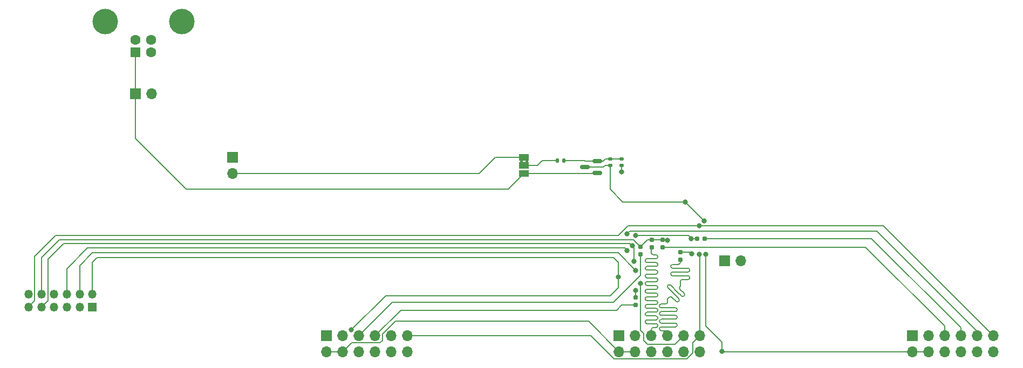
<source format=gbr>
%TF.GenerationSoftware,KiCad,Pcbnew,7.0.1*%
%TF.CreationDate,2023-03-30T15:17:14+02:00*%
%TF.ProjectId,BalancedSurroundOutBus,42616c61-6e63-4656-9453-7572726f756e,rev?*%
%TF.SameCoordinates,Original*%
%TF.FileFunction,Copper,L2,Bot*%
%TF.FilePolarity,Positive*%
%FSLAX46Y46*%
G04 Gerber Fmt 4.6, Leading zero omitted, Abs format (unit mm)*
G04 Created by KiCad (PCBNEW 7.0.1) date 2023-03-30 15:17:14*
%MOMM*%
%LPD*%
G01*
G04 APERTURE LIST*
G04 Aperture macros list*
%AMRoundRect*
0 Rectangle with rounded corners*
0 $1 Rounding radius*
0 $2 $3 $4 $5 $6 $7 $8 $9 X,Y pos of 4 corners*
0 Add a 4 corners polygon primitive as box body*
4,1,4,$2,$3,$4,$5,$6,$7,$8,$9,$2,$3,0*
0 Add four circle primitives for the rounded corners*
1,1,$1+$1,$2,$3*
1,1,$1+$1,$4,$5*
1,1,$1+$1,$6,$7*
1,1,$1+$1,$8,$9*
0 Add four rect primitives between the rounded corners*
20,1,$1+$1,$2,$3,$4,$5,0*
20,1,$1+$1,$4,$5,$6,$7,0*
20,1,$1+$1,$6,$7,$8,$9,0*
20,1,$1+$1,$8,$9,$2,$3,0*%
G04 Aperture macros list end*
%TA.AperFunction,ComponentPad*%
%ADD10R,1.700000X1.700000*%
%TD*%
%TA.AperFunction,ComponentPad*%
%ADD11O,1.700000X1.700000*%
%TD*%
%TA.AperFunction,ComponentPad*%
%ADD12R,1.600000X1.600000*%
%TD*%
%TA.AperFunction,ComponentPad*%
%ADD13C,1.600000*%
%TD*%
%TA.AperFunction,ComponentPad*%
%ADD14C,4.000000*%
%TD*%
%TA.AperFunction,SMDPad,CuDef*%
%ADD15RoundRect,0.160000X-0.160000X0.197500X-0.160000X-0.197500X0.160000X-0.197500X0.160000X0.197500X0*%
%TD*%
%TA.AperFunction,ComponentPad*%
%ADD16R,1.350000X1.350000*%
%TD*%
%TA.AperFunction,ComponentPad*%
%ADD17O,1.350000X1.350000*%
%TD*%
%TA.AperFunction,SMDPad,CuDef*%
%ADD18R,1.500000X1.000000*%
%TD*%
%TA.AperFunction,SMDPad,CuDef*%
%ADD19RoundRect,0.150000X0.587500X0.150000X-0.587500X0.150000X-0.587500X-0.150000X0.587500X-0.150000X0*%
%TD*%
%TA.AperFunction,SMDPad,CuDef*%
%ADD20RoundRect,0.135000X-0.185000X0.135000X-0.185000X-0.135000X0.185000X-0.135000X0.185000X0.135000X0*%
%TD*%
%TA.AperFunction,SMDPad,CuDef*%
%ADD21RoundRect,0.135000X-0.135000X-0.185000X0.135000X-0.185000X0.135000X0.185000X-0.135000X0.185000X0*%
%TD*%
%TA.AperFunction,SMDPad,CuDef*%
%ADD22RoundRect,0.140000X0.170000X-0.140000X0.170000X0.140000X-0.170000X0.140000X-0.170000X-0.140000X0*%
%TD*%
%TA.AperFunction,SMDPad,CuDef*%
%ADD23RoundRect,0.160000X-0.197500X-0.160000X0.197500X-0.160000X0.197500X0.160000X-0.197500X0.160000X0*%
%TD*%
%TA.AperFunction,ViaPad*%
%ADD24C,0.800000*%
%TD*%
%TA.AperFunction,Conductor*%
%ADD25C,0.150000*%
%TD*%
G04 APERTURE END LIST*
%TA.AperFunction,EtchedComponent*%
%TO.C,JP1*%
G36*
X169350000Y-104350000D02*
G01*
X168950000Y-104350000D01*
X168950000Y-103850000D01*
X169350000Y-103850000D01*
X169350000Y-104350000D01*
G37*
%TD.AperFunction*%
%TA.AperFunction,EtchedComponent*%
G36*
X168550000Y-104350000D02*
G01*
X168150000Y-104350000D01*
X168150000Y-103850000D01*
X168550000Y-103850000D01*
X168550000Y-104350000D01*
G37*
%TD.AperFunction*%
%TD*%
D10*
%TO.P,ON1,1,Pin_1*%
%TO.N,GND*%
X123000000Y-103475000D03*
D11*
%TO.P,ON1,2,Pin_2*%
%TO.N,Net-(JP1-A)*%
X123000000Y-106015000D03*
%TD*%
D12*
%TO.P,J2,1,VBUS*%
%TO.N,Net-(J2-VBUS)*%
X107750000Y-87000000D03*
D13*
%TO.P,J2,2,D-*%
%TO.N,unconnected-(J2-D--Pad2)*%
X110250000Y-87000000D03*
%TO.P,J2,3,D+*%
%TO.N,unconnected-(J2-D+-Pad3)*%
X110250000Y-85000000D03*
%TO.P,J2,4,GND*%
%TO.N,GND*%
X107750000Y-85000000D03*
D14*
%TO.P,J2,5,Shield*%
X103000000Y-82140000D03*
X115000000Y-82140000D03*
%TD*%
D10*
%TO.P,GND1,1,Pin_1*%
%TO.N,GND*%
X200225000Y-119750000D03*
D11*
%TO.P,GND1,2,Pin_2*%
X202765000Y-119750000D03*
%TD*%
D10*
%TO.P,PWR1,1,Pin_1*%
%TO.N,Net-(J2-VBUS)*%
X107725000Y-93500000D03*
D11*
%TO.P,PWR1,2,Pin_2*%
%TO.N,GND*%
X110265000Y-93500000D03*
%TD*%
D10*
%TO.P,J3,1,Pin_1*%
%TO.N,GND*%
X137750000Y-131500000D03*
D11*
%TO.P,J3,2,Pin_2*%
%TO.N,/VIN*%
X137750000Y-134040000D03*
%TO.P,J3,3,Pin_3*%
%TO.N,unconnected-(J3-Pin_3-Pad3)*%
X140290000Y-131500000D03*
%TO.P,J3,4,Pin_4*%
%TO.N,/VIN*%
X140290000Y-134040000D03*
%TO.P,J3,5,Pin_5*%
%TO.N,Net-(J3-Pin_5)*%
X142830000Y-131500000D03*
%TO.P,J3,6,Pin_6*%
%TO.N,GND*%
X142830000Y-134040000D03*
%TO.P,J3,7,Pin_7*%
%TO.N,Net-(J3-Pin_7)*%
X145370000Y-131500000D03*
%TO.P,J3,8,Pin_8*%
%TO.N,GND*%
X145370000Y-134040000D03*
%TO.P,J3,9,Pin_9*%
%TO.N,/I2S_CH12*%
X147910000Y-131500000D03*
%TO.P,J3,10,Pin_10*%
%TO.N,GND*%
X147910000Y-134040000D03*
%TO.P,J3,11,Pin_11*%
%TO.N,/LRCLK*%
X150450000Y-131500000D03*
%TO.P,J3,12,Pin_12*%
%TO.N,unconnected-(J3-Pin_12-Pad12)*%
X150450000Y-134040000D03*
%TD*%
D10*
%TO.P,J5,1,Pin_1*%
%TO.N,GND*%
X229650000Y-131475000D03*
D11*
%TO.P,J5,2,Pin_2*%
%TO.N,/VIN*%
X229650000Y-134015000D03*
%TO.P,J5,3,Pin_3*%
%TO.N,unconnected-(J5-Pin_3-Pad3)*%
X232190000Y-131475000D03*
%TO.P,J5,4,Pin_4*%
%TO.N,/VIN*%
X232190000Y-134015000D03*
%TO.P,J5,5,Pin_5*%
%TO.N,Net-(J5-Pin_5)*%
X234730000Y-131475000D03*
%TO.P,J5,6,Pin_6*%
%TO.N,GND*%
X234730000Y-134015000D03*
%TO.P,J5,7,Pin_7*%
%TO.N,Net-(J5-Pin_7)*%
X237270000Y-131475000D03*
%TO.P,J5,8,Pin_8*%
%TO.N,GND*%
X237270000Y-134015000D03*
%TO.P,J5,9,Pin_9*%
%TO.N,/I2S_CH56*%
X239810000Y-131475000D03*
%TO.P,J5,10,Pin_10*%
%TO.N,GND*%
X239810000Y-134015000D03*
%TO.P,J5,11,Pin_11*%
%TO.N,/LRCLK*%
X242350000Y-131475000D03*
%TO.P,J5,12,Pin_12*%
%TO.N,unconnected-(J5-Pin_12-Pad12)*%
X242350000Y-134015000D03*
%TD*%
D15*
%TO.P,R4,1*%
%TO.N,/SCLK*%
X193250000Y-118402500D03*
%TO.P,R4,2*%
%TO.N,Net-(J4-Pin_7)*%
X193250000Y-119597500D03*
%TD*%
%TO.P,R5,1*%
%TO.N,/MCLK*%
X190500000Y-116402500D03*
%TO.P,R5,2*%
%TO.N,Net-(J5-Pin_5)*%
X190500000Y-117597500D03*
%TD*%
%TO.P,R2,1*%
%TO.N,/SCLK*%
X186200000Y-125502500D03*
%TO.P,R2,2*%
%TO.N,Net-(J3-Pin_7)*%
X186200000Y-126697500D03*
%TD*%
D16*
%TO.P,J1,1,Pin_1*%
%TO.N,/I2S_IN_CH12*%
X101000000Y-127000000D03*
D17*
%TO.P,J1,2,Pin_2*%
%TO.N,/I2S_CH12*%
X101000000Y-125000000D03*
%TO.P,J1,3,Pin_3*%
%TO.N,unconnected-(J1-Pin_3-Pad3)*%
X99000000Y-127000000D03*
%TO.P,J1,4,Pin_4*%
%TO.N,/I2S_CH34*%
X99000000Y-125000000D03*
%TO.P,J1,5,Pin_5*%
%TO.N,unconnected-(J1-Pin_5-Pad5)*%
X97000000Y-127000000D03*
%TO.P,J1,6,Pin_6*%
%TO.N,/I2S_CH56*%
X97000000Y-125000000D03*
%TO.P,J1,7,Pin_7*%
%TO.N,unconnected-(J1-Pin_7-Pad7)*%
X95000000Y-127000000D03*
%TO.P,J1,8,Pin_8*%
%TO.N,unconnected-(J1-Pin_8-Pad8)*%
X95000000Y-125000000D03*
%TO.P,J1,9,Pin_9*%
%TO.N,/SCLK*%
X93000000Y-127000000D03*
%TO.P,J1,10,Pin_10*%
%TO.N,/MCLK*%
X93000000Y-125000000D03*
%TO.P,J1,11,Pin_11*%
%TO.N,/LRCLK*%
X91000000Y-127000000D03*
%TO.P,J1,12,Pin_12*%
%TO.N,GND*%
X91000000Y-125000000D03*
%TD*%
D18*
%TO.P,JP1,1,A*%
%TO.N,Net-(JP1-A)*%
X168750000Y-103450000D03*
%TO.P,JP1,2,C*%
%TO.N,Net-(JP1-C)*%
X168750000Y-104750000D03*
%TO.P,JP1,3,B*%
%TO.N,Net-(J2-VBUS)*%
X168750000Y-106050000D03*
%TD*%
D19*
%TO.P,Q1,1,G*%
%TO.N,Net-(Q1-G)*%
X180187500Y-104050000D03*
%TO.P,Q1,2,S*%
%TO.N,Net-(J2-VBUS)*%
X180187500Y-105950000D03*
%TO.P,Q1,3,D*%
%TO.N,/VIN*%
X178312500Y-105000000D03*
%TD*%
D20*
%TO.P,R8,1*%
%TO.N,Net-(Q1-G)*%
X184000000Y-103740000D03*
%TO.P,R8,2*%
%TO.N,GND*%
X184000000Y-104760000D03*
%TD*%
D15*
%TO.P,R3,1*%
%TO.N,/MCLK*%
X188750000Y-116402500D03*
%TO.P,R3,2*%
%TO.N,Net-(J4-Pin_5)*%
X188750000Y-117597500D03*
%TD*%
%TO.P,R1,1*%
%TO.N,/MCLK*%
X187000000Y-117502500D03*
%TO.P,R1,2*%
%TO.N,Net-(J3-Pin_5)*%
X187000000Y-118697500D03*
%TD*%
D10*
%TO.P,J4,1,Pin_1*%
%TO.N,GND*%
X183650000Y-131475000D03*
D11*
%TO.P,J4,2,Pin_2*%
%TO.N,/VIN*%
X183650000Y-134015000D03*
%TO.P,J4,3,Pin_3*%
%TO.N,unconnected-(J4-Pin_3-Pad3)*%
X186190000Y-131475000D03*
%TO.P,J4,4,Pin_4*%
%TO.N,/VIN*%
X186190000Y-134015000D03*
%TO.P,J4,5,Pin_5*%
%TO.N,Net-(J4-Pin_5)*%
X188730000Y-131475000D03*
%TO.P,J4,6,Pin_6*%
%TO.N,GND*%
X188730000Y-134015000D03*
%TO.P,J4,7,Pin_7*%
%TO.N,Net-(J4-Pin_7)*%
X191270000Y-131475000D03*
%TO.P,J4,8,Pin_8*%
%TO.N,GND*%
X191270000Y-134015000D03*
%TO.P,J4,9,Pin_9*%
%TO.N,/I2S_CH34*%
X193810000Y-131475000D03*
%TO.P,J4,10,Pin_10*%
%TO.N,GND*%
X193810000Y-134015000D03*
%TO.P,J4,11,Pin_11*%
%TO.N,/LRCLK*%
X196350000Y-131475000D03*
%TO.P,J4,12,Pin_12*%
%TO.N,unconnected-(J4-Pin_12-Pad12)*%
X196350000Y-134015000D03*
%TD*%
D21*
%TO.P,R7,1*%
%TO.N,Net-(JP1-C)*%
X173990000Y-104000000D03*
%TO.P,R7,2*%
%TO.N,Net-(Q1-G)*%
X175010000Y-104000000D03*
%TD*%
D22*
%TO.P,C1,1*%
%TO.N,/VIN*%
X182250000Y-104730000D03*
%TO.P,C1,2*%
%TO.N,Net-(Q1-G)*%
X182250000Y-103770000D03*
%TD*%
D23*
%TO.P,R6,1*%
%TO.N,/SCLK*%
X195902500Y-116250000D03*
%TO.P,R6,2*%
%TO.N,Net-(J5-Pin_7)*%
X197097500Y-116250000D03*
%TD*%
D24*
%TO.N,/I2S_CH12*%
X183500000Y-122250000D03*
X141600000Y-130600000D03*
%TO.N,/I2S_CH34*%
X187000000Y-123300000D03*
X186250000Y-121250000D03*
%TO.N,/I2S_CH56*%
X184900000Y-118100000D03*
X184900000Y-115500000D03*
%TO.N,GND*%
X184000000Y-105800000D03*
%TO.N,/LRCLK*%
X196250497Y-118750000D03*
X196250000Y-114250000D03*
%TO.N,/SCLK*%
X186000000Y-119800000D03*
X185700000Y-117400000D03*
X186250000Y-115774500D03*
X195000000Y-116250000D03*
X195050000Y-118650000D03*
X186200000Y-124400000D03*
%TO.N,/MCLK*%
X191250000Y-116500000D03*
%TO.N,/VIN*%
X197250000Y-118750000D03*
X199750000Y-134000000D03*
X194000000Y-110500000D03*
X197000000Y-113500000D03*
%TD*%
D25*
%TO.N,/I2S_CH12*%
X141650000Y-130600000D02*
X147000000Y-125250000D01*
X147000000Y-125250000D02*
X182250000Y-125250000D01*
X101000000Y-120000000D02*
X101000000Y-125000000D01*
X101750000Y-119250000D02*
X101000000Y-120000000D01*
X182750000Y-119250000D02*
X101750000Y-119250000D01*
X141600000Y-130600000D02*
X141650000Y-130600000D01*
X182250000Y-125250000D02*
X183500000Y-124000000D01*
X183500000Y-124000000D02*
X183500000Y-120000000D01*
X183500000Y-120000000D02*
X182750000Y-119250000D01*
%TO.N,Net-(Q1-G)*%
X180137500Y-104100000D02*
X180187500Y-104050000D01*
X181460000Y-103740000D02*
X184000000Y-103740000D01*
X180187500Y-104050000D02*
X181150000Y-104050000D01*
X178300000Y-104100000D02*
X180137500Y-104100000D01*
X181150000Y-104050000D02*
X181460000Y-103740000D01*
X175010000Y-104000000D02*
X178200000Y-104000000D01*
X178200000Y-104000000D02*
X178300000Y-104100000D01*
%TO.N,/I2S_CH34*%
X187500000Y-131194009D02*
X187500000Y-132250000D01*
X99000000Y-120500000D02*
X99000000Y-125000000D01*
X187000000Y-123300000D02*
X187000000Y-130694009D01*
X187000000Y-130694009D02*
X187500000Y-131194009D01*
X183500000Y-118500000D02*
X101000000Y-118500000D01*
X186250000Y-121250000D02*
X183500000Y-118500000D01*
X187500000Y-132250000D02*
X188140000Y-132890000D01*
X192395000Y-132890000D02*
X193810000Y-131475000D01*
X188140000Y-132890000D02*
X192395000Y-132890000D01*
X101000000Y-118500000D02*
X99000000Y-120500000D01*
%TO.N,/I2S_CH56*%
X185300500Y-115099500D02*
X224099500Y-115099500D01*
X224099500Y-115099500D02*
X239810000Y-130810000D01*
X100250000Y-117750000D02*
X97000000Y-121000000D01*
X184550000Y-117750000D02*
X100250000Y-117750000D01*
X239810000Y-130810000D02*
X239810000Y-131475000D01*
X184900000Y-118100000D02*
X184550000Y-117750000D01*
X184900000Y-115500000D02*
X185300500Y-115099500D01*
X97000000Y-121000000D02*
X97000000Y-125000000D01*
%TO.N,GND*%
X184000000Y-104760000D02*
X184000000Y-105800000D01*
%TO.N,/LRCLK*%
X179250000Y-131500000D02*
X182890000Y-135140000D01*
X225125000Y-114250000D02*
X242350000Y-131475000D01*
X91000000Y-127000000D02*
X91950000Y-126050000D01*
X95250000Y-115750000D02*
X183550000Y-115750000D01*
X150450000Y-131500000D02*
X179250000Y-131500000D01*
X91950000Y-126050000D02*
X91950000Y-119050000D01*
X195225000Y-134190991D02*
X195225000Y-132600000D01*
X182890000Y-135140000D02*
X194275991Y-135140000D01*
X194275991Y-135140000D02*
X195225000Y-134190991D01*
X196350000Y-118849503D02*
X196350000Y-131475000D01*
X183550000Y-115750000D02*
X185050000Y-114250000D01*
X196250497Y-118750000D02*
X196350000Y-118849503D01*
X195225000Y-132600000D02*
X196350000Y-131475000D01*
X185050000Y-114250000D02*
X225125000Y-114250000D01*
X91950000Y-119050000D02*
X95250000Y-115750000D01*
%TO.N,Net-(J2-VBUS)*%
X115750000Y-108500000D02*
X166300000Y-108500000D01*
X107750000Y-100500000D02*
X107750000Y-87000000D01*
X115750000Y-108500000D02*
X107750000Y-100500000D01*
X166300000Y-108500000D02*
X168750000Y-106050000D01*
X168750000Y-106050000D02*
X180087500Y-106050000D01*
X180087500Y-106050000D02*
X180187500Y-105950000D01*
%TO.N,Net-(J3-Pin_5)*%
X187000000Y-118697500D02*
X187000000Y-122000000D01*
X148080000Y-126250000D02*
X142830000Y-131500000D01*
X187000000Y-122000000D02*
X182750000Y-126250000D01*
X182750000Y-126250000D02*
X148080000Y-126250000D01*
%TO.N,Net-(J3-Pin_7)*%
X184060037Y-126697500D02*
X186200000Y-126697500D01*
X145370000Y-131500000D02*
X149370000Y-127500000D01*
X183257537Y-127500000D02*
X184060037Y-126697500D01*
X149370000Y-127500000D02*
X183257537Y-127500000D01*
%TO.N,Net-(J4-Pin_5)*%
X188730000Y-123020000D02*
X188030000Y-123020000D01*
X188030000Y-126020000D02*
X188730000Y-126020000D01*
X188730000Y-122420000D02*
X189430000Y-122420000D01*
X188030000Y-129620000D02*
X188730000Y-129620000D01*
X188730000Y-121220000D02*
X189430000Y-121220000D01*
X189430000Y-123020000D02*
X188730000Y-123020000D01*
X188730000Y-125420000D02*
X188030000Y-125420000D01*
X188030000Y-122420000D02*
X188730000Y-122420000D01*
X188030000Y-121220000D02*
X188730000Y-121220000D01*
X188730000Y-129620000D02*
X189430000Y-129620000D01*
X189430000Y-129020000D02*
X188730000Y-129020000D01*
X189430000Y-124220000D02*
X188730000Y-124220000D01*
X188730000Y-130520000D02*
X188730000Y-131392732D01*
X188030000Y-120020000D02*
X188730000Y-120020000D01*
X189030000Y-118820000D02*
X189430000Y-118820000D01*
X188730000Y-124820000D02*
X189430000Y-124820000D01*
X189430000Y-119420000D02*
X189030000Y-119420000D01*
X188730000Y-128420000D02*
X189430000Y-128420000D01*
X188030000Y-124820000D02*
X188730000Y-124820000D01*
X189430000Y-127820000D02*
X188730000Y-127820000D01*
X189430000Y-126620000D02*
X188730000Y-126620000D01*
X189430000Y-125420000D02*
X188730000Y-125420000D01*
X188750000Y-117597500D02*
X188730000Y-117617500D01*
X189430000Y-130220000D02*
X189030000Y-130220000D01*
X188730000Y-117617500D02*
X188730000Y-118520000D01*
X188730000Y-127220000D02*
X189430000Y-127220000D01*
X189430000Y-120620000D02*
X188730000Y-120620000D01*
X188030000Y-127220000D02*
X188730000Y-127220000D01*
X188730000Y-131392732D02*
X188730000Y-131475000D01*
X188730000Y-126020000D02*
X189430000Y-126020000D01*
X188030000Y-123620000D02*
X188730000Y-123620000D01*
X189030000Y-119420000D02*
X188030000Y-119420000D01*
X188730000Y-126620000D02*
X188030000Y-126620000D01*
X188730000Y-129020000D02*
X188030000Y-129020000D01*
X188730000Y-121820000D02*
X188030000Y-121820000D01*
X188030000Y-128420000D02*
X188730000Y-128420000D01*
X188730000Y-127820000D02*
X188030000Y-127820000D01*
X188730000Y-120020000D02*
X189430000Y-120020000D01*
X188730000Y-123620000D02*
X189430000Y-123620000D01*
X188730000Y-120620000D02*
X188030000Y-120620000D01*
X189430000Y-121820000D02*
X188730000Y-121820000D01*
X188730000Y-124220000D02*
X188030000Y-124220000D01*
X188030000Y-129020000D02*
G75*
G03*
X187730000Y-129320000I0J-300000D01*
G01*
X187730000Y-119720000D02*
G75*
G03*
X188030000Y-120020000I300000J0D01*
G01*
X189730000Y-122720000D02*
G75*
G03*
X189430000Y-122420000I-300000J0D01*
G01*
X188030000Y-119420000D02*
G75*
G03*
X187730000Y-119720000I0J-300000D01*
G01*
X188030000Y-124220000D02*
G75*
G03*
X187730000Y-124520000I0J-300000D01*
G01*
X188030000Y-127820000D02*
G75*
G03*
X187730000Y-128120000I0J-300000D01*
G01*
X189730000Y-119120000D02*
G75*
G03*
X189430000Y-118820000I-300000J0D01*
G01*
X189730000Y-129920000D02*
G75*
G03*
X189430000Y-129620000I-300000J0D01*
G01*
X189730000Y-120320000D02*
G75*
G03*
X189430000Y-120020000I-300000J0D01*
G01*
X187730000Y-123320000D02*
G75*
G03*
X188030000Y-123620000I300000J0D01*
G01*
X188730000Y-118520000D02*
G75*
G03*
X189030000Y-118820000I300000J0D01*
G01*
X189430000Y-121820000D02*
G75*
G03*
X189730000Y-121520000I0J300000D01*
G01*
X187730000Y-120920000D02*
G75*
G03*
X188030000Y-121220000I300000J0D01*
G01*
X189430000Y-119420000D02*
G75*
G03*
X189730000Y-119120000I0J300000D01*
G01*
X189430000Y-126620000D02*
G75*
G03*
X189730000Y-126320000I0J300000D01*
G01*
X189730000Y-128720000D02*
G75*
G03*
X189430000Y-128420000I-300000J0D01*
G01*
X189430000Y-120620000D02*
G75*
G03*
X189730000Y-120320000I0J300000D01*
G01*
X187730000Y-128120000D02*
G75*
G03*
X188030000Y-128420000I300000J0D01*
G01*
X189030000Y-130220000D02*
G75*
G03*
X188730000Y-130520000I0J-300000D01*
G01*
X187730000Y-124520000D02*
G75*
G03*
X188030000Y-124820000I300000J0D01*
G01*
X188030000Y-125420000D02*
G75*
G03*
X187730000Y-125720000I0J-300000D01*
G01*
X188030000Y-126620000D02*
G75*
G03*
X187730000Y-126920000I0J-300000D01*
G01*
X187730000Y-129320000D02*
G75*
G03*
X188030000Y-129620000I300000J0D01*
G01*
X187730000Y-126920000D02*
G75*
G03*
X188030000Y-127220000I300000J0D01*
G01*
X189730000Y-121520000D02*
G75*
G03*
X189430000Y-121220000I-300000J0D01*
G01*
X189430000Y-129020000D02*
G75*
G03*
X189730000Y-128720000I0J300000D01*
G01*
X189430000Y-123020000D02*
G75*
G03*
X189730000Y-122720000I0J300000D01*
G01*
X188030000Y-123020000D02*
G75*
G03*
X187730000Y-123320000I0J-300000D01*
G01*
X189730000Y-123920000D02*
G75*
G03*
X189430000Y-123620000I-300000J0D01*
G01*
X189430000Y-130220000D02*
G75*
G03*
X189730000Y-129920000I0J300000D01*
G01*
X189730000Y-126320000D02*
G75*
G03*
X189430000Y-126020000I-300000J0D01*
G01*
X189430000Y-125420000D02*
G75*
G03*
X189730000Y-125120000I0J300000D01*
G01*
X189730000Y-127520000D02*
G75*
G03*
X189430000Y-127220000I-300000J0D01*
G01*
X187730000Y-122120000D02*
G75*
G03*
X188030000Y-122420000I300000J0D01*
G01*
X188030000Y-121820000D02*
G75*
G03*
X187730000Y-122120000I0J-300000D01*
G01*
X189430000Y-127820000D02*
G75*
G03*
X189730000Y-127520000I0J300000D01*
G01*
X189730000Y-125120000D02*
G75*
G03*
X189430000Y-124820000I-300000J0D01*
G01*
X187730000Y-125720000D02*
G75*
G03*
X188030000Y-126020000I300000J0D01*
G01*
X189430000Y-124220000D02*
G75*
G03*
X189730000Y-123920000I0J300000D01*
G01*
X188030000Y-120620000D02*
G75*
G03*
X187730000Y-120920000I0J-300000D01*
G01*
%TO.N,Net-(J4-Pin_7)*%
X193250000Y-123750000D02*
X193214645Y-123785355D01*
X192153982Y-124846016D02*
X193002512Y-125694546D01*
X190270000Y-128330000D02*
X191270000Y-128330000D01*
X193250000Y-121500000D02*
X192050000Y-121500000D01*
X193214645Y-124209621D02*
X193214644Y-124209621D01*
X192050000Y-122100000D02*
X193250000Y-122100000D01*
X190270000Y-127130000D02*
X190970000Y-127130000D01*
X193250000Y-119597500D02*
X193250000Y-120000000D01*
X193214644Y-124209621D02*
X193851041Y-124846018D01*
X191270000Y-128930000D02*
X190270000Y-128930000D01*
X192470000Y-130130000D02*
X191270000Y-130130000D01*
X191270000Y-129530000D02*
X192470000Y-129530000D01*
X193250000Y-123000000D02*
X193250000Y-123750000D01*
X193426777Y-125270282D02*
X192790381Y-124633886D01*
X192950000Y-120900000D02*
X194450000Y-120900000D01*
X190970000Y-126530000D02*
X190270000Y-126530000D01*
X190970000Y-127130000D02*
X192470000Y-127130000D01*
X192470000Y-127730000D02*
X191270000Y-127730000D01*
X192950000Y-120300000D02*
X192050000Y-120300000D01*
X192050000Y-120900000D02*
X192950000Y-120900000D01*
X194450000Y-122700000D02*
X193550000Y-122700000D01*
X190270000Y-129530000D02*
X191270000Y-129530000D01*
X191305454Y-123997488D02*
X192153982Y-124846016D01*
X191270000Y-127730000D02*
X190270000Y-127730000D01*
X194450000Y-121500000D02*
X193250000Y-121500000D01*
X191270000Y-125730000D02*
X191270000Y-126230000D01*
X192790381Y-124633886D02*
X191729718Y-123573224D01*
X191517588Y-125482414D02*
X191270000Y-125730000D01*
X193250000Y-122100000D02*
X194450000Y-122100000D01*
X191270000Y-128330000D02*
X192470000Y-128330000D01*
X191270000Y-131030000D02*
X191270000Y-131475000D01*
X190270000Y-130730000D02*
X190970000Y-130730000D01*
X192470000Y-128930000D02*
X191270000Y-128930000D01*
X192578248Y-126118810D02*
X191941852Y-125482414D01*
X191270000Y-130130000D02*
X190270000Y-130130000D01*
X190270000Y-130130000D02*
G75*
G03*
X189970000Y-130430000I0J-300000D01*
G01*
X192050000Y-120300000D02*
G75*
G03*
X191750000Y-120600000I0J-300000D01*
G01*
X191941851Y-125482415D02*
G75*
G03*
X191517589Y-125482415I-212131J-212131D01*
G01*
X192950000Y-120300000D02*
G75*
G03*
X193250000Y-120000000I0J300000D01*
G01*
X189970000Y-126830000D02*
G75*
G03*
X190270000Y-127130000I300000J0D01*
G01*
X189970000Y-129230000D02*
G75*
G03*
X190270000Y-129530000I300000J0D01*
G01*
X194750000Y-122400000D02*
G75*
G03*
X194450000Y-122100000I-300000J0D01*
G01*
X193002534Y-126118832D02*
G75*
G03*
X193002512Y-125694546I-212134J212132D01*
G01*
X192470000Y-127730000D02*
G75*
G03*
X192770000Y-127430000I0J300000D01*
G01*
X191270000Y-131030000D02*
G75*
G03*
X190970000Y-130730000I-300000J0D01*
G01*
X191305499Y-123573269D02*
G75*
G03*
X191305455Y-123997487I212101J-212131D01*
G01*
X192770000Y-127430000D02*
G75*
G03*
X192470000Y-127130000I-300000J0D01*
G01*
X189970000Y-128030000D02*
G75*
G03*
X190270000Y-128330000I300000J0D01*
G01*
X194450000Y-122700000D02*
G75*
G03*
X194750000Y-122400000I0J300000D01*
G01*
X190970000Y-126530000D02*
G75*
G03*
X191270000Y-126230000I0J300000D01*
G01*
X193426778Y-125270281D02*
G75*
G03*
X193851040Y-125270281I212131J212131D01*
G01*
X193550000Y-122700000D02*
G75*
G03*
X193250000Y-123000000I0J-300000D01*
G01*
X190270000Y-127730000D02*
G75*
G03*
X189970000Y-128030000I0J-300000D01*
G01*
X194750000Y-121200000D02*
G75*
G03*
X194450000Y-120900000I-300000J0D01*
G01*
X192770000Y-129830000D02*
G75*
G03*
X192470000Y-129530000I-300000J0D01*
G01*
X193214657Y-123785367D02*
G75*
G03*
X193214645Y-124209621I212143J-212133D01*
G01*
X190270000Y-126530000D02*
G75*
G03*
X189970000Y-126830000I0J-300000D01*
G01*
X194450000Y-121500000D02*
G75*
G03*
X194750000Y-121200000I0J300000D01*
G01*
X189970000Y-130430000D02*
G75*
G03*
X190270000Y-130730000I300000J0D01*
G01*
X190270000Y-128930000D02*
G75*
G03*
X189970000Y-129230000I0J-300000D01*
G01*
X193851091Y-125270332D02*
G75*
G03*
X193851041Y-124846018I-212191J212132D01*
G01*
X191750000Y-121800000D02*
G75*
G03*
X192050000Y-122100000I300000J0D01*
G01*
X191729717Y-123573225D02*
G75*
G03*
X191305455Y-123573225I-212131J-212131D01*
G01*
X192470000Y-128930000D02*
G75*
G03*
X192770000Y-128630000I0J300000D01*
G01*
X192050000Y-121500000D02*
G75*
G03*
X191750000Y-121800000I0J-300000D01*
G01*
X191750000Y-120600000D02*
G75*
G03*
X192050000Y-120900000I300000J0D01*
G01*
X192470000Y-130130000D02*
G75*
G03*
X192770000Y-129830000I0J300000D01*
G01*
X192770000Y-128630000D02*
G75*
G03*
X192470000Y-128330000I-300000J0D01*
G01*
X192578249Y-126118809D02*
G75*
G03*
X193002511Y-126118809I212131J212131D01*
G01*
%TO.N,/SCLK*%
X186254500Y-115770000D02*
X186250000Y-115774500D01*
X185700000Y-117400000D02*
X186000000Y-117700000D01*
X185300000Y-117000000D02*
X96500000Y-117000000D01*
X195000000Y-116250000D02*
X194520000Y-115770000D01*
X96500000Y-117000000D02*
X94000000Y-119500000D01*
X186000000Y-117700000D02*
X186000000Y-119800000D01*
X195050000Y-118650000D02*
X194802500Y-118402500D01*
X185700000Y-117400000D02*
X185300000Y-117000000D01*
X194520000Y-115770000D02*
X186254500Y-115770000D01*
X194802500Y-118402500D02*
X193250000Y-118402500D01*
X186200000Y-124400000D02*
X186200000Y-125502500D01*
X195902500Y-116250000D02*
X195000000Y-116250000D01*
X94000000Y-126000000D02*
X93000000Y-127000000D01*
X94000000Y-119500000D02*
X94000000Y-126000000D01*
%TO.N,/MCLK*%
X190500000Y-116402500D02*
X188100000Y-116402500D01*
X188100000Y-116402500D02*
X187000000Y-117502500D01*
X190500000Y-116402500D02*
X191152500Y-116402500D01*
X95847500Y-116402500D02*
X185900000Y-116402500D01*
X93000000Y-125000000D02*
X93000000Y-119250000D01*
X191152500Y-116402500D02*
X191250000Y-116500000D01*
X93000000Y-119250000D02*
X95847500Y-116402500D01*
X185900000Y-116402500D02*
X187000000Y-117502500D01*
%TO.N,/VIN*%
X183650000Y-134015000D02*
X178885000Y-129250000D01*
X181470000Y-104730000D02*
X182250000Y-104730000D01*
X137750000Y-134040000D02*
X140290000Y-134040000D01*
X199750000Y-132500000D02*
X199750000Y-134000000D01*
X232190000Y-134015000D02*
X199765000Y-134015000D01*
X141705000Y-132625000D02*
X146125000Y-132625000D01*
X146125000Y-132625000D02*
X146500000Y-132250000D01*
X183650000Y-134015000D02*
X186190000Y-134015000D01*
X197250000Y-118750000D02*
X197250000Y-130000000D01*
X178312500Y-105000000D02*
X181200000Y-105000000D01*
X178885000Y-129250000D02*
X148569010Y-129250000D01*
X146500000Y-131319009D02*
X146534505Y-131284505D01*
X197250000Y-130000000D02*
X199750000Y-132500000D01*
X184250000Y-110500000D02*
X182250000Y-108500000D01*
X194000000Y-110500000D02*
X184250000Y-110500000D01*
X182250000Y-108500000D02*
X182250000Y-104730000D01*
X181200000Y-105000000D02*
X181470000Y-104730000D01*
X199765000Y-134015000D02*
X199750000Y-134000000D01*
X140290000Y-134040000D02*
X141705000Y-132625000D01*
X146500000Y-132250000D02*
X146500000Y-131319009D01*
X148569010Y-129250000D02*
X146534505Y-131284505D01*
X197000000Y-113500000D02*
X194000000Y-110500000D01*
%TO.N,Net-(J5-Pin_5)*%
X234750000Y-130000000D02*
X234730000Y-130020000D01*
X190500000Y-117597500D02*
X222347500Y-117597500D01*
X234730000Y-130020000D02*
X234730000Y-131475000D01*
X222347500Y-117597500D02*
X234750000Y-130000000D01*
%TO.N,Net-(J5-Pin_7)*%
X197097500Y-116250000D02*
X223250000Y-116250000D01*
X237270000Y-130270000D02*
X237270000Y-131475000D01*
X223250000Y-116250000D02*
X237270000Y-130270000D01*
%TO.N,Net-(JP1-A)*%
X161685000Y-106015000D02*
X164250000Y-103450000D01*
X123000000Y-106015000D02*
X161685000Y-106015000D01*
X164250000Y-103450000D02*
X168750000Y-103450000D01*
%TO.N,Net-(JP1-C)*%
X171600000Y-104000000D02*
X173990000Y-104000000D01*
X168750000Y-104750000D02*
X170850000Y-104750000D01*
X170850000Y-104750000D02*
X171600000Y-104000000D01*
%TD*%
M02*

</source>
